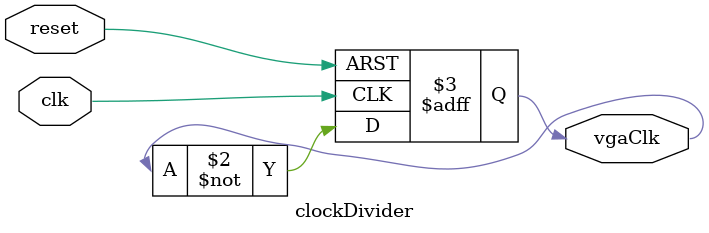
<source format=sv>
module clockDivider (clk, reset, vgaClk);
	input logic clk, reset;
	output logic vgaClk;
	
	always @(posedge clk or posedge reset) begin
		case (reset)
			1'b1: vgaClk = 1'b0; 
			1'b0: vgaClk = ~vgaClk;
		endcase
	end
endmodule 
</source>
